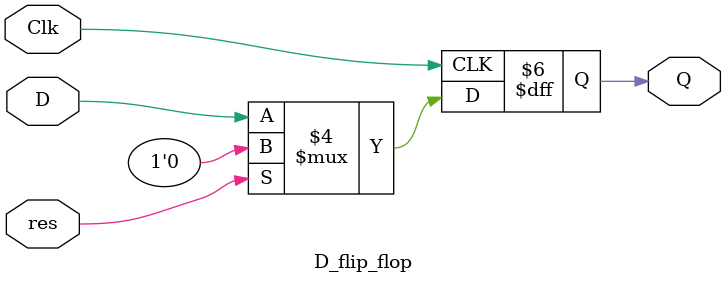
<source format=v>
module D_flip_flop(res,Clk,D,Q);

    input res, Clk, D;
    output reg Q;

    always @(posedge Clk) begin
      if(res == 1'b1) begin
        Q <= 1'b0;
      end
      else begin
        Q <= D;
      end
    end

endmodule
</source>
